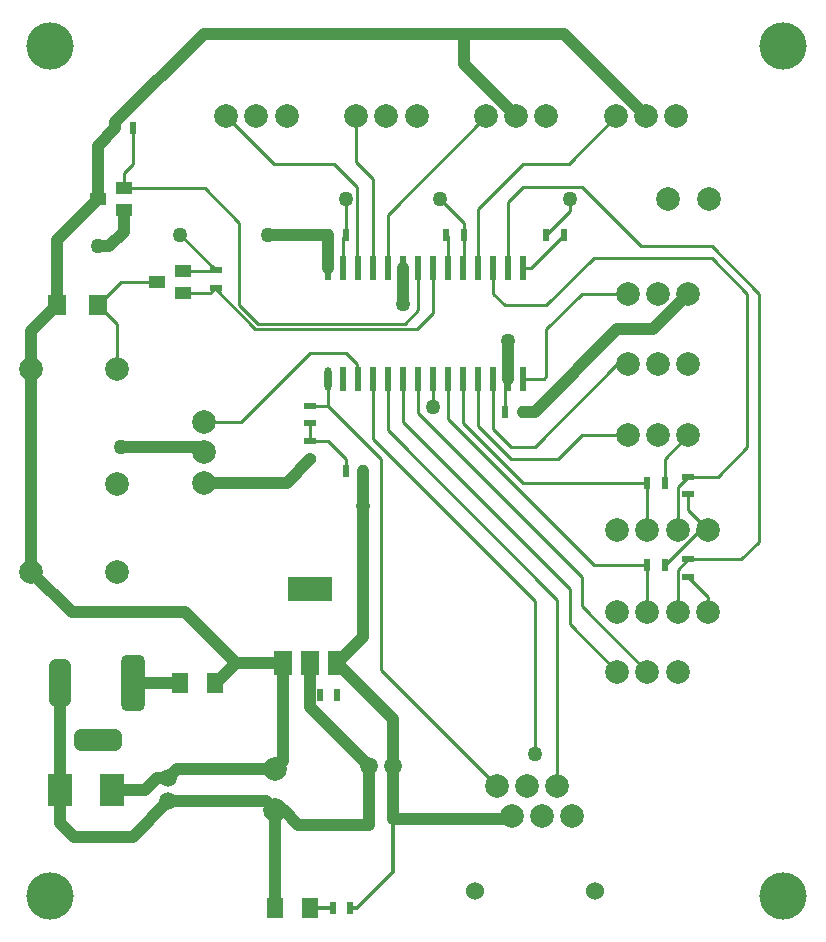
<source format=gtl>
%FSLAX44Y44*%
%MOMM*%
G71*
G01*
G75*
G04 Layer_Physical_Order=1*
G04 Layer_Color=255*
%ADD10R,0.6000X1.0000*%
%ADD11R,1.4500X1.8000*%
%ADD12R,2.1590X2.7430*%
%ADD13R,1.5200X1.6800*%
%ADD14R,1.4000X1.0000*%
%ADD15R,0.6000X2.0000*%
%ADD16O,0.6000X2.0000*%
%ADD17R,1.0000X0.6000*%
%ADD18R,1.5000X2.0000*%
%ADD19C,1.0000*%
%ADD20C,0.3000*%
%ADD21C,0.2580*%
%ADD22R,3.8000X2.0000*%
%ADD23C,2.0000*%
%ADD24C,1.5240*%
G04:AMPARAMS|DCode=25|XSize=4.8mm|YSize=2mm|CornerRadius=0.5mm|HoleSize=0mm|Usage=FLASHONLY|Rotation=270.000|XOffset=0mm|YOffset=0mm|HoleType=Round|Shape=RoundedRectangle|*
%AMROUNDEDRECTD25*
21,1,4.8000,1.0000,0,0,270.0*
21,1,3.8000,2.0000,0,0,270.0*
1,1,1.0000,-0.5000,-1.9000*
1,1,1.0000,-0.5000,1.9000*
1,1,1.0000,0.5000,1.9000*
1,1,1.0000,0.5000,-1.9000*
%
%ADD25ROUNDEDRECTD25*%
G04:AMPARAMS|DCode=26|XSize=4mm|YSize=1.8mm|CornerRadius=0.45mm|HoleSize=0mm|Usage=FLASHONLY|Rotation=270.000|XOffset=0mm|YOffset=0mm|HoleType=Round|Shape=RoundedRectangle|*
%AMROUNDEDRECTD26*
21,1,4.0000,0.9000,0,0,270.0*
21,1,3.1000,1.8000,0,0,270.0*
1,1,0.9000,-0.4500,-1.5500*
1,1,0.9000,-0.4500,1.5500*
1,1,0.9000,0.4500,1.5500*
1,1,0.9000,0.4500,-1.5500*
%
%ADD26ROUNDEDRECTD26*%
G04:AMPARAMS|DCode=27|XSize=4mm|YSize=1.8mm|CornerRadius=0.45mm|HoleSize=0mm|Usage=FLASHONLY|Rotation=0.000|XOffset=0mm|YOffset=0mm|HoleType=Round|Shape=RoundedRectangle|*
%AMROUNDEDRECTD27*
21,1,4.0000,0.9000,0,0,0.0*
21,1,3.1000,1.8000,0,0,0.0*
1,1,0.9000,1.5500,-0.4500*
1,1,0.9000,-1.5500,-0.4500*
1,1,0.9000,-1.5500,0.4500*
1,1,0.9000,1.5500,0.4500*
%
%ADD27ROUNDEDRECTD27*%
%ADD28C,1.5000*%
%ADD29C,4.0000*%
%ADD30C,1.2700*%
D10*
X293000Y220000D02*
D03*
X278000D02*
D03*
X105000Y700000D02*
D03*
X120000Y700000D02*
D03*
X555000Y400000D02*
D03*
X570000Y400000D02*
D03*
X435000Y460000D02*
D03*
X450000D02*
D03*
X315000Y410000D02*
D03*
X300000D02*
D03*
X555000Y330000D02*
D03*
X570000Y330000D02*
D03*
X485000Y610000D02*
D03*
X470000D02*
D03*
X285000Y610000D02*
D03*
X300000Y610000D02*
D03*
X385000Y610000D02*
D03*
X400000Y610000D02*
D03*
X304000Y40000D02*
D03*
X289000D02*
D03*
D11*
X240500D02*
D03*
X270000D02*
D03*
X189500Y230000D02*
D03*
X160000D02*
D03*
D12*
X57900Y140000D02*
D03*
X102100D02*
D03*
D13*
X90000Y550000D02*
D03*
X55500D02*
D03*
D14*
X112000Y630500D02*
D03*
X90000Y640000D02*
D03*
X112000Y649500D02*
D03*
X162000Y560500D02*
D03*
X140000Y570000D02*
D03*
X162000Y579500D02*
D03*
D15*
X412000Y582000D02*
D03*
X399300D02*
D03*
X386600D02*
D03*
X373900D02*
D03*
X361200D02*
D03*
X348500D02*
D03*
X323100D02*
D03*
X335800D02*
D03*
X310400D02*
D03*
X297700D02*
D03*
X285000D02*
D03*
X424700D02*
D03*
X437400D02*
D03*
X450100D02*
D03*
Y488000D02*
D03*
X437400D02*
D03*
X424700D02*
D03*
X297700D02*
D03*
X310400D02*
D03*
X335800D02*
D03*
X323100D02*
D03*
X348500D02*
D03*
X361200D02*
D03*
X373900D02*
D03*
X386600D02*
D03*
X399300D02*
D03*
X412000D02*
D03*
D16*
X285000D02*
D03*
D17*
X590000Y405000D02*
D03*
X590000Y390000D02*
D03*
X270000Y435000D02*
D03*
X270000Y420000D02*
D03*
X590000Y335000D02*
D03*
Y320000D02*
D03*
X270000Y465000D02*
D03*
X270000Y450000D02*
D03*
X190000Y565000D02*
D03*
X190000Y580000D02*
D03*
D18*
X270000Y247000D02*
D03*
X293000D02*
D03*
X247000D02*
D03*
D19*
X340000Y115000D02*
Y200000D01*
X120000Y100000D02*
X150000Y130000D01*
X70000Y100000D02*
X120000D01*
X57900Y112100D02*
X70000Y100000D01*
X140000Y150000D02*
X150000D01*
X130000Y140000D02*
X140000Y150000D01*
X102100Y140000D02*
X130000D01*
X320000Y110000D02*
Y160000D01*
X260000Y110000D02*
X320000D01*
X348500Y551500D02*
Y582000D01*
X437400Y488000D02*
Y520000D01*
X234500Y610000D02*
X285000D01*
X315000Y380000D02*
Y410000D01*
Y269000D02*
Y380000D01*
X400000Y780000D02*
X484500D01*
X180000D02*
X400000D01*
Y754500D02*
X444500Y710000D01*
X400000Y754500D02*
Y780000D01*
X484500D02*
X554500Y710000D01*
X105000Y705000D02*
X180000Y780000D01*
X110000Y430000D02*
X175500D01*
X90000Y600000D02*
X100000D01*
X112000Y612000D01*
Y630500D01*
X55500Y605500D02*
X90000Y640000D01*
X55500Y550000D02*
Y605500D01*
X105000Y700000D02*
Y705000D01*
X90000Y685000D02*
X105000Y700000D01*
X90000Y640000D02*
Y685000D01*
X250000Y400000D02*
X270000Y420000D01*
X180000Y400000D02*
X250000D01*
X57900Y112100D02*
Y140000D01*
X560000Y530000D02*
X590000Y560000D01*
X530000Y530000D02*
X560000D01*
X460000Y460000D02*
X530000Y530000D01*
X450000Y460000D02*
X460000D01*
X285000Y582000D02*
Y610000D01*
X270000Y210000D02*
Y247000D01*
Y210000D02*
X320000Y160000D01*
X320000Y160000D02*
X320000Y160000D01*
X247500Y122500D02*
X260000Y110000D01*
X240000Y122500D02*
X247500D01*
X240000Y40500D02*
X240500Y40000D01*
X240000Y40500D02*
Y122500D01*
X232500Y130000D02*
X240000Y122500D01*
X150000Y130000D02*
X232500D01*
X57900Y140000D02*
X58000Y140100D01*
Y230000D01*
X293000Y247000D02*
X315000Y269000D01*
X340000Y115000D02*
X438100D01*
X293000Y247000D02*
X340000Y200000D01*
X150000Y150000D02*
X157500Y157500D01*
X240000D01*
X247000Y164500D01*
Y247000D01*
X34000Y528500D02*
X55500Y550000D01*
X34000Y496000D02*
Y528500D01*
Y324000D02*
Y496000D01*
Y324000D02*
X68000Y290000D01*
X164000D01*
X207000Y247000D01*
X247000D01*
X190000Y230000D02*
X207000Y247000D01*
X189500Y230000D02*
X190000D01*
X120000D02*
X160000D01*
D20*
X340000Y70000D02*
Y115000D01*
X310000Y40000D02*
X340000Y70000D01*
X304000Y40000D02*
X310000D01*
X270000D02*
X289000D01*
D21*
X640000Y430000D02*
Y560000D01*
X615000Y405000D02*
X640000Y430000D01*
X590000Y405000D02*
X615000D01*
X610000Y590000D02*
X640000Y560000D01*
X650000Y350000D02*
Y560000D01*
X635000Y335000D02*
X650000Y350000D01*
X590000Y335000D02*
X635000D01*
X610000Y600000D02*
X650000Y560000D01*
X361200Y545780D02*
Y582000D01*
X350000Y534580D02*
X361200Y545780D01*
X225420Y534580D02*
X350000D01*
X210000Y550000D02*
X225420Y534580D01*
X210000Y550000D02*
Y620000D01*
X190000Y563523D02*
X223523Y530000D01*
X360000D01*
X190000Y563523D02*
Y565000D01*
X300000Y510000D02*
X310000Y500000D01*
X270000Y510000D02*
X300000D01*
X211000Y451000D02*
X270000Y510000D01*
X180000Y451000D02*
X211000D01*
X360000Y530000D02*
X373900Y543900D01*
X310000Y488400D02*
Y500000D01*
X335800Y582000D02*
Y626800D01*
X419000Y710000D01*
X300000Y410000D02*
Y420000D01*
X450000Y650000D02*
X500000D01*
X550000Y600000D01*
X610000D01*
X489000Y670000D02*
X529000Y710000D01*
X450000Y670000D02*
X489000D01*
X412000Y632000D02*
X450000Y670000D01*
X412000Y582000D02*
Y632000D01*
X309000Y671000D02*
X323100Y656900D01*
X309000Y671000D02*
Y710000D01*
X290000Y670000D02*
X310000Y650000D01*
X239000Y670000D02*
X290000D01*
X199000Y710000D02*
X239000Y670000D01*
X373900Y463900D02*
Y488000D01*
X120000Y670000D02*
Y700000D01*
X112000Y662000D02*
X120000Y670000D01*
X112000Y649500D02*
Y662000D01*
Y649500D02*
X180500D01*
X500000Y440000D02*
X539000D01*
X480000Y420000D02*
X500000Y440000D01*
X440000Y420000D02*
X480000D01*
X412000Y448000D02*
X440000Y420000D01*
X450000Y400000D02*
X555000D01*
X399300Y450700D02*
X450000Y400000D01*
X399300Y450700D02*
Y488000D01*
X412000Y448000D02*
Y488000D01*
X440000Y430000D02*
X460000D01*
X424700Y445300D02*
X440000Y430000D01*
X424700Y445300D02*
Y488000D01*
X490000Y280000D02*
Y310000D01*
X348500Y451500D02*
X490000Y310000D01*
X348500Y451500D02*
Y488000D01*
X479050Y143250D02*
Y300950D01*
X335800Y444200D02*
X479050Y300950D01*
X460000Y170000D02*
Y300000D01*
X323100Y436900D02*
X460000Y300000D01*
X500000Y295500D02*
X555500Y240000D01*
X500000Y295500D02*
Y320000D01*
X490000Y280000D02*
X530000Y240000D01*
X335800Y444200D02*
Y488000D01*
X323100Y436900D02*
Y488000D01*
X330000Y241500D02*
Y420000D01*
X285000Y465000D02*
X330000Y420000D01*
Y241500D02*
X428250Y143250D01*
X285000Y465000D02*
Y488000D01*
Y435000D02*
X300000Y420000D01*
X270000Y435000D02*
X285000D01*
X270000Y435000D02*
Y450000D01*
X270000Y465000D02*
X285000D01*
X470000Y550000D02*
X510000Y590000D01*
X434700Y550000D02*
X470000D01*
X424700Y560000D02*
X434700Y550000D01*
X424700Y560000D02*
Y582000D01*
X510000Y590000D02*
X610000D01*
X437400Y637400D02*
X450000Y650000D01*
X323100Y582000D02*
Y656900D01*
X300000Y610000D02*
Y640000D01*
X373900Y543900D02*
Y582000D01*
X361200Y458800D02*
X500000Y320000D01*
X361200Y458800D02*
Y488000D01*
X180500Y649500D02*
X210000Y620000D01*
X435000Y485600D02*
X437400Y488000D01*
X435000Y460000D02*
Y485600D01*
X460000Y430000D02*
X530000Y500000D01*
X539000D01*
X285000Y610000D02*
X285000Y610000D01*
X185500Y560500D02*
X190000Y565000D01*
X162000Y560500D02*
X185500D01*
X437400Y582000D02*
Y637400D01*
X470000Y610000D02*
X490000Y630000D01*
Y640000D01*
X457000Y582000D02*
X485000Y610000D01*
X450100Y582000D02*
X457000D01*
X386600Y453400D02*
Y488000D01*
Y453400D02*
X510000Y330000D01*
X555000D01*
Y290500D02*
X555500Y290000D01*
X555000Y290500D02*
Y330000D01*
X570000Y330000D02*
X600000Y360000D01*
X581000Y326000D02*
X590000Y335000D01*
X581000Y290000D02*
Y326000D01*
X590000Y320000D02*
X606500Y303500D01*
Y290000D02*
Y303500D01*
X555000Y400000D02*
X555500Y399500D01*
Y360000D02*
Y399500D01*
X423710Y582000D02*
X424700D01*
X570000Y420000D02*
X590000Y440000D01*
X570000Y400000D02*
Y420000D01*
X581000Y396000D02*
X590000Y405000D01*
X581000Y360000D02*
Y396000D01*
X590000Y376500D02*
X606500Y360000D01*
X590000Y376500D02*
Y390000D01*
X385000Y610000D02*
X386600Y608400D01*
Y582000D02*
Y608400D01*
X450100Y488000D02*
X468000D01*
X470000Y490000D01*
Y530000D01*
X500000Y560000D01*
X539000D01*
X310000Y582400D02*
Y650000D01*
X160000Y610000D02*
X190000Y580000D01*
X189500Y579500D02*
X190000Y580000D01*
X162000Y579500D02*
X189500D01*
X110000Y570000D02*
X140000D01*
X90000Y550000D02*
X110000Y570000D01*
X90000Y550000D02*
X106000Y534000D01*
Y496000D02*
Y534000D01*
X399300Y582000D02*
X400000Y582700D01*
Y610000D01*
X297700Y607700D02*
X300000Y610000D01*
X297700Y582000D02*
Y607700D01*
X380000Y640000D02*
X400000Y620000D01*
Y610000D02*
Y620000D01*
D22*
X270000Y310000D02*
D03*
D23*
X180000Y451000D02*
D03*
Y425500D02*
D03*
Y400000D02*
D03*
X199000Y710000D02*
D03*
X224500D02*
D03*
X250000D02*
D03*
X309000D02*
D03*
X334500D02*
D03*
X360000D02*
D03*
X470000D02*
D03*
X444500D02*
D03*
X419000D02*
D03*
X580000D02*
D03*
X554500D02*
D03*
X529000D02*
D03*
X572500Y640000D02*
D03*
X607500D02*
D03*
X479050Y143250D02*
D03*
X453650D02*
D03*
X466350Y117850D02*
D03*
X491750D02*
D03*
X440950D02*
D03*
X428250Y143250D02*
D03*
X240000Y157500D02*
D03*
Y122500D02*
D03*
X106000Y324000D02*
D03*
Y496000D02*
D03*
X34000D02*
D03*
Y324000D02*
D03*
X106000Y399000D02*
D03*
X590000Y560000D02*
D03*
X564500D02*
D03*
X539000D02*
D03*
X590000Y500000D02*
D03*
X564500D02*
D03*
X539000D02*
D03*
X590000Y440000D02*
D03*
X564500D02*
D03*
X539000D02*
D03*
X581000Y360000D02*
D03*
X606500Y360000D02*
D03*
X555500Y360000D02*
D03*
X530000D02*
D03*
X581000Y290000D02*
D03*
X606500Y290000D02*
D03*
X555500Y290000D02*
D03*
X530000D02*
D03*
X555500Y240000D02*
D03*
X530000D02*
D03*
X581000D02*
D03*
D24*
X409200Y54350D02*
D03*
X510800D02*
D03*
D25*
X120000Y230000D02*
D03*
D26*
X58000D02*
D03*
D27*
X90000Y182000D02*
D03*
D28*
X340000Y160000D02*
D03*
X320000D02*
D03*
X150000Y150000D02*
D03*
Y130000D02*
D03*
D29*
X670000Y50000D02*
D03*
X50000D02*
D03*
Y770000D02*
D03*
X670000D02*
D03*
D30*
X348500Y551500D02*
D03*
X437400Y520000D02*
D03*
X234500Y610000D02*
D03*
X315000Y380000D02*
D03*
X373900Y463900D02*
D03*
X110000Y430000D02*
D03*
X90000Y600000D02*
D03*
X460000Y170000D02*
D03*
X300000Y640000D02*
D03*
X490000D02*
D03*
X380000D02*
D03*
X160000Y610000D02*
D03*
M02*

</source>
